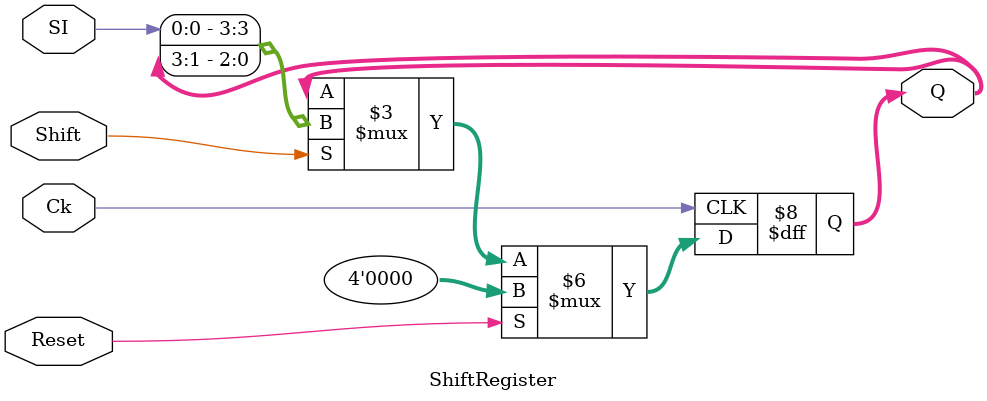
<source format=v>
`timescale 1ns/1ns

module ShiftRegister (Reset, Ck, Shift, SI, Q);
input Reset, Ck, Shift, SI;
output [3:0] Q;
reg [3:0] Q;

always @ (posedge Ck) begin
	if (Reset) //Synchronous Reset
		Q<=4'b0000;
	else if (Shift) //shift right
		Q <= {SI, Q[3:1]};
	else Q <= Q;
end

endmodule

</source>
